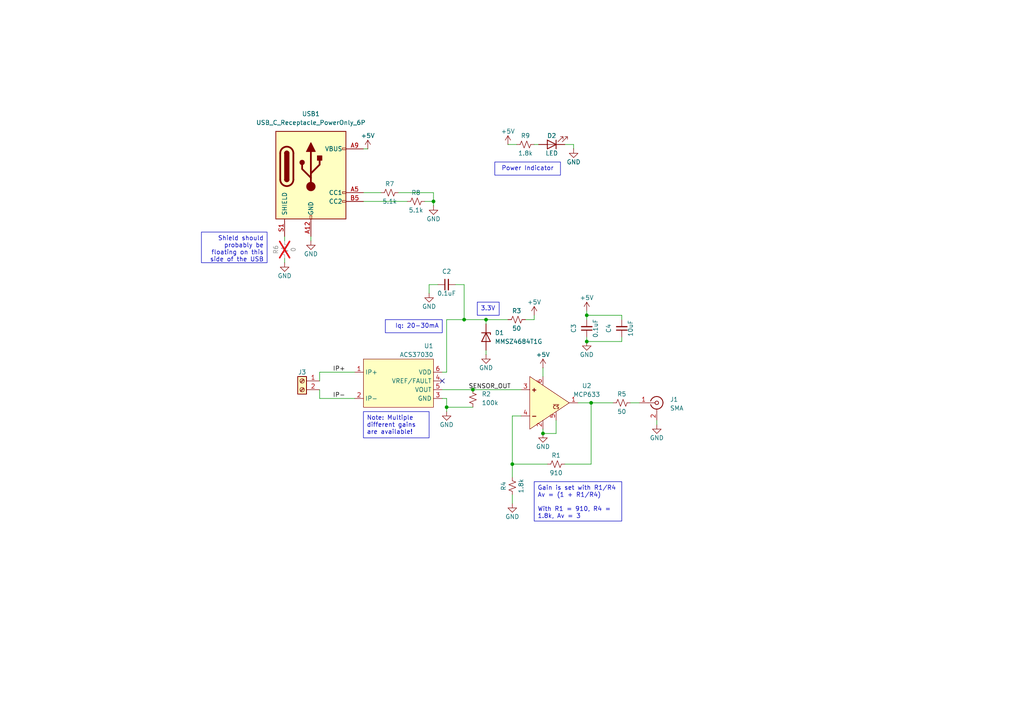
<source format=kicad_sch>
(kicad_sch (version 20231120) (generator "eeschema") (generator_version "8.0")
  (paper "A4")
  (title_block (title "Hall Effect Current Sensor") (date "2024-04-07") (rev "A1") (company "Design by Robert Perkel"))
  (lib_symbols
    (symbol "Connector:Conn_Coaxial" (pin_names (offset 1.016) hide)
      (property "Reference" "J" (at 0.254 3.048 0))
      (property "Value" "Conn_Coaxial" (at 2.921 0 90))
      (symbol "Conn_Coaxial_0_1"
        (arc (start -1.778 -0.508) (mid 0.2311 -1.8066) (end 1.778 0) (stroke (width 0.254)))
        (polyline (pts (xy -2.54 0) (xy -0.508 0)))
        (polyline (pts (xy 0 -2.54) (xy 0 -1.778)))
        (circle (center 0 0) (radius 0.508) (stroke (width 0.2032)))
        (arc (start 1.778 0) (mid 0.2099 1.8101) (end -1.778 0.508) (stroke (width 0.254)))
      )
      (symbol "Conn_Coaxial_1_1"
        (pin passive line (at -5.08 0 0) (length 2.54) (name "In") (number "1"))
        (pin passive line (at 0 -5.08 90) (length 2.54) (name "Ext") (number "2"))
      )
    )
    (symbol "Connector:Screw_Terminal_01x02" (pin_names (offset 1.016) hide)
      (property "Reference" "J" (at 0 2.54 0))
      (property "Value" "Screw_Terminal_01x02" (at 0 -5.08 0))
      (symbol "Screw_Terminal_01x02_1_1"
        (rectangle (start -1.27 1.27) (end 1.27 -3.81) (stroke (width 0.254)) (fill (type background)))
        (circle (center 0 -2.54) (radius 0.635) (stroke (width 0.1524)))
        (polyline (pts (xy -0.5334 -2.2098) (xy 0.3302 -3.048)) (stroke (width 0.1524)))
        (polyline (pts (xy -0.5334 0.3302) (xy 0.3302 -0.508)) (stroke (width 0.1524)))
        (polyline (pts (xy -0.3556 -2.032) (xy 0.508 -2.8702)) (stroke (width 0.1524)))
        (polyline (pts (xy -0.3556 0.508) (xy 0.508 -0.3302)) (stroke (width 0.1524)))
        (circle (center 0 0) (radius 0.635) (stroke (width 0.1524)))
        (pin passive line (at -5.08 0 0) (length 3.81) (name "Pin_1") (number "1"))
        (pin passive line (at -5.08 -2.54 0) (length 3.81) (name "Pin_2") (number "2"))
      )
    )
    (symbol "Connector:USB_C_Receptacle_PowerOnly_6P" (pin_names (offset 1.016))
      (property "Reference" "J" (at 0 16.51 0))
      (property "Value" "USB_C_Receptacle_PowerOnly_6P" (at 0 13.97 0))
      (symbol "USB_C_Receptacle_PowerOnly_6P_0_0"
        (rectangle (start -0.254 -12.7) (end 0.254 -11.684))
        (rectangle (start 10.16 -7.366) (end 9.144 -7.874))
        (rectangle (start 10.16 -4.826) (end 9.144 -5.334))
        (rectangle (start 10.16 7.874) (end 9.144 7.366))
      )
      (symbol "USB_C_Receptacle_PowerOnly_6P_0_1"
        (rectangle (start -10.16 12.7) (end 10.16 -12.7) (stroke (width 0.254)) (fill (type background)))
        (arc (start -8.89 -1.27) (mid -6.985 -3.1667) (end -5.08 -1.27) (stroke (width 0.508)))
        (arc (start -7.62 -1.27) (mid -6.985 -1.9023) (end -6.35 -1.27) (stroke (width 0.254)))
        (arc (start -7.62 -1.27) (mid -6.985 -1.9023) (end -6.35 -1.27) (stroke (width 0.254)) (fill (type outline)))
        (rectangle (start -7.62 -1.27) (end -6.35 6.35) (stroke (width 0.254)) (fill (type outline)))
        (arc (start -6.35 6.35) (mid -6.985 6.9823) (end -7.62 6.35) (stroke (width 0.254)))
        (arc (start -6.35 6.35) (mid -6.985 6.9823) (end -7.62 6.35) (stroke (width 0.254)) (fill (type outline)))
        (arc (start -5.08 6.35) (mid -6.985 8.2467) (end -8.89 6.35) (stroke (width 0.508)))
        (circle (center -2.54 3.683) (radius 0.635) (stroke (width 0.254)) (fill (type outline)))
        (circle (center 0 -3.302) (radius 1.27) (fill (type outline)))
        (polyline (pts (xy -8.89 -1.27) (xy -8.89 6.35)) (stroke (width 0.508)))
        (polyline (pts (xy -5.08 6.35) (xy -5.08 -1.27)) (stroke (width 0.508)))
        (polyline (pts (xy 0 -3.302) (xy 0 6.858)) (stroke (width 0.508)))
        (polyline (pts (xy 0 -0.762) (xy -2.54 1.778) (xy -2.54 3.048)) (stroke (width 0.508)))
        (polyline (pts (xy 0 0.508) (xy 2.54 3.048) (xy 2.54 4.318)) (stroke (width 0.508)))
        (polyline (pts (xy -1.27 6.858) (xy 0 9.398) (xy 1.27 6.858) (xy -1.27 6.858)) (stroke (width 0.254)) (fill (type outline)))
        (rectangle (start 1.905 4.318) (end 3.175 5.588) (stroke (width 0.254)) (fill (type outline)))
      )
      (symbol "USB_C_Receptacle_PowerOnly_6P_1_1"
        (pin passive line (at 0 -17.78 90) (length 5.08) (name "GND") (number "A12"))
        (pin bidirectional line (at 15.24 -5.08 180) (length 5.08) (name "CC1") (number "A5"))
        (pin passive line (at 15.24 7.62 180) (length 5.08) (name "VBUS") (number "A9"))
        (pin passive line (at 0 -17.78 90) (length 5.08) hide (name "GND") (number "B12"))
        (pin bidirectional line (at 15.24 -7.62 180) (length 5.08) (name "CC2") (number "B5"))
        (pin passive line (at 15.24 7.62 180) (length 5.08) hide (name "VBUS") (number "B9"))
        (pin passive line (at -7.62 -17.78 90) (length 5.08) (name "SHIELD") (number "S1"))
      )
    )
    (symbol "Current Sensor Sch Library:ACS37030"
      (property "Reference" "U" (at 0 11.43 0))
      (property "Value" "ACS37030/ACS37032" (at 0 8.89 0))
      (symbol "ACS37030_1_1"
        (rectangle (start -10.16 7.62) (end 10.16 -6.35) (fill (type background)))
        (pin passive line (at -12.7 3.81 0) (length 2.54) (name "IP+") (number "1"))
        (pin passive line (at -12.7 -3.81 0) (length 2.54) (name "IP-") (number "2"))
        (pin power_in line (at 12.7 -3.81 180) (length 2.54) (name "GND") (number "3"))
        (pin passive line (at 12.7 1.27 180) (length 2.54) (name "VREF/FAULT") (number "4"))
        (pin passive line (at 12.7 -1.27 180) (length 2.54) (name "VOUT") (number "5"))
        (pin power_in line (at 12.7 3.81 180) (length 2.54) (name "VDD") (number "6"))
      )
    )
    (symbol "Current Sensor Sch Library:MCP633" (pin_names hide)
      (property "Reference" "U" (at 5.08 7.62 0))
      (property "Value" "MCP633" (at 5.08 5.08 0))
      (symbol "MCP633_1_1"
        (polyline (pts (xy -3.81 7.62) (xy -3.81 -7.62) (xy 7.62 0) (xy -3.81 7.62)) (fill (type background)))
        (text "+" (at -2.54 3.81 0) (effects (font (size 1.27 1.27) (bold yes))))
        (text "-" (at -2.54 -3.81 0) (effects (font (size 1.27 1.27) (bold yes))))
        (text "~{CS}" (at 3.81 -1.27 0) (effects (font (size 0.9525 0.9525))))
        (pin passive line (at 10.16 0 180) (length 2.54) (name "VOUT") (number "1"))
        (pin power_in line (at 0 -7.62 90) (length 2.54) (name "VSS") (number "2"))
        (pin passive line (at -6.35 3.81 0) (length 2.54) (name "IN+") (number "3"))
        (pin passive line (at -6.35 -3.81 0) (length 2.54) (name "IN-") (number "4"))
        (pin input line (at 3.81 -5.08 90) (length 2.54) (name "~{CS}") (number "5"))
        (pin power_in line (at 0 7.62 270) (length 2.54) (name "VDD") (number "6"))
      )
    )
    (symbol "Device:C_Small" (pin_numbers hide) (pin_names (offset 0.254) hide)
      (property "Reference" "C" (at 0.254 1.778 0))
      (property "Value" "C_Small" (at 0.254 -2.032 0))
      (symbol "C_Small_0_1"
        (polyline (pts (xy -1.524 -0.508) (xy 1.524 -0.508)) (stroke (width 0.3302)))
        (polyline (pts (xy -1.524 0.508) (xy 1.524 0.508)) (stroke (width 0.3048)))
      )
      (symbol "C_Small_1_1"
        (pin passive line (at 0 2.54 270) (length 2.032) (name "~") (number "1"))
        (pin passive line (at 0 -2.54 90) (length 2.032) (name "~") (number "2"))
      )
    )
    (symbol "Device:D_Zener" (pin_numbers hide) (pin_names (offset 1.016) hide)
      (property "Reference" "D" (at 0 2.54 0))
      (property "Value" "D_Zener" (at 0 -2.54 0))
      (symbol "D_Zener_0_1"
        (polyline (pts (xy 1.27 0) (xy -1.27 0)))
        (polyline (pts (xy -1.27 -1.27) (xy -1.27 1.27) (xy -0.762 1.27)) (stroke (width 0.254)))
        (polyline (pts (xy 1.27 -1.27) (xy 1.27 1.27) (xy -1.27 0) (xy 1.27 -1.27)) (stroke (width 0.254)))
      )
      (symbol "D_Zener_1_1"
        (pin passive line (at -3.81 0 0) (length 2.54) (name "K") (number "1"))
        (pin passive line (at 3.81 0 180) (length 2.54) (name "A") (number "2"))
      )
    )
    (symbol "Device:LED" (pin_numbers hide) (pin_names (offset 1.016) hide)
      (property "Reference" "D" (at 0 2.54 0))
      (property "Value" "LED" (at 0 -2.54 0))
      (symbol "LED_0_1"
        (polyline (pts (xy -1.27 -1.27) (xy -1.27 1.27)) (stroke (width 0.254)))
        (polyline (pts (xy -1.27 0) (xy 1.27 0)))
        (polyline (pts (xy 1.27 -1.27) (xy 1.27 1.27) (xy -1.27 0) (xy 1.27 -1.27)) (stroke (width 0.254)))
        (polyline (pts (xy -3.048 -0.762) (xy -4.572 -2.286) (xy -3.81 -2.286) (xy -4.572 -2.286) (xy -4.572 -1.524)))
        (polyline (pts (xy -1.778 -0.762) (xy -3.302 -2.286) (xy -2.54 -2.286) (xy -3.302 -2.286) (xy -3.302 -1.524)))
      )
      (symbol "LED_1_1"
        (pin passive line (at -3.81 0 0) (length 2.54) (name "K") (number "1"))
        (pin passive line (at 3.81 0 180) (length 2.54) (name "A") (number "2"))
      )
    )
    (symbol "Device:R_Small_US" (pin_numbers hide) (pin_names (offset 0.254) hide)
      (property "Reference" "R" (at 0.762 0.508 0))
      (property "Value" "R_Small_US" (at 0.762 -1.016 0))
      (symbol "R_Small_US_1_1"
        (polyline (pts (xy 0 0) (xy 1.016 -0.381) (xy 0 -0.762) (xy -1.016 -1.143) (xy 0 -1.524)))
        (polyline (pts (xy 0 1.524) (xy 1.016 1.143) (xy 0 0.762) (xy -1.016 0.381) (xy 0 0)))
        (pin passive line (at 0 2.54 270) (length 1.016) (name "~") (number "1"))
        (pin passive line (at 0 -2.54 90) (length 1.016) (name "~") (number "2"))
      )
    )
    (symbol "power:+5V" (power) (pin_numbers hide) (pin_names (offset 0) hide)
      (property "Value" "+5V" (at 0 3.556 0))
      (symbol "+5V_0_1"
        (polyline (pts (xy -0.762 1.27) (xy 0 2.54)))
        (polyline (pts (xy 0 0) (xy 0 2.54)))
        (polyline (pts (xy 0 2.54) (xy 0.762 1.27)))
      )
      (symbol "+5V_1_1"
        (pin power_in line (at 0 0 90) (length 0) (name "~") (number "1"))
      )
    )
    (symbol "power:GND" (power) (pin_numbers hide) (pin_names (offset 0) hide)
      (property "Value" "GND" (at 0 -3.81 0))
      (symbol "GND_0_1"
        (polyline (pts (xy 0 0) (xy 0 -1.27) (xy 1.27 -1.27) (xy 0 -2.54) (xy -1.27 -1.27) (xy 0 -1.27)))
      )
      (symbol "GND_1_1"
        (pin power_in line (at 0 0 270) (length 0) (name "~") (number "1"))
      )
    )
  )
  (junction (at 140.97 92.71))
  (junction (at 170.18 91.44))
  (junction (at 125.73 58.42))
  (junction (at 171.45 116.84))
  (junction (at 170.18 99.06))
  (junction (at 148.59 134.62))
  (junction (at 137.16 113.03))
  (junction (at 134.62 92.71))
  (junction (at 129.54 118.11))
  (junction (at 157.48 125.73))
  (no_connect (at 128.27 110.49))
  (wire (pts (xy 163.83 134.62) (xy 171.45 134.62)))
  (wire (pts (xy 154.94 91.44) (xy 154.94 92.71)))
  (wire (pts (xy 161.29 125.73) (xy 157.48 125.73)))
  (wire (pts (xy 171.45 116.84) (xy 177.8 116.84)))
  (wire (pts (xy 92.71 113.03) (xy 92.71 115.57)))
  (wire (pts (xy 137.16 113.03) (xy 151.13 113.03)))
  (wire (pts (xy 163.83 41.91) (xy 166.37 41.91)))
  (wire (pts (xy 170.18 91.44) (xy 170.18 92.71)))
  (wire (pts (xy 129.54 118.11) (xy 129.54 115.57)))
  (wire (pts (xy 166.37 41.91) (xy 166.37 43.18)))
  (wire (pts (xy 105.41 58.42) (xy 118.11 58.42)))
  (wire (pts (xy 171.45 116.84) (xy 171.45 134.62)))
  (wire (pts (xy 148.59 134.62) (xy 158.75 134.62)))
  (wire (pts (xy 154.94 92.71) (xy 152.4 92.71)))
  (wire (pts (xy 190.5 123.19) (xy 190.5 121.92)))
  (wire (pts (xy 147.32 41.91) (xy 149.86 41.91)))
  (wire (pts (xy 148.59 120.65) (xy 148.59 134.62)))
  (wire (pts (xy 129.54 92.71) (xy 134.62 92.71)))
  (wire (pts (xy 129.54 92.71) (xy 129.54 107.95)))
  (wire (pts (xy 167.64 116.84) (xy 171.45 116.84)))
  (wire (pts (xy 161.29 121.92) (xy 161.29 125.73)))
  (wire (pts (xy 134.62 82.55) (xy 134.62 92.71)))
  (wire (pts (xy 124.46 82.55) (xy 127 82.55)))
  (wire (pts (xy 170.18 97.79) (xy 170.18 99.06)))
  (wire (pts (xy 92.71 107.95) (xy 102.87 107.95)))
  (wire (pts (xy 140.97 101.6) (xy 140.97 102.87)))
  (wire (pts (xy 140.97 92.71) (xy 147.32 92.71)))
  (wire (pts (xy 123.19 58.42) (xy 125.73 58.42)))
  (wire (pts (xy 128.27 113.03) (xy 137.16 113.03)))
  (wire (pts (xy 82.55 74.93) (xy 82.55 76.2)))
  (wire (pts (xy 105.41 55.88) (xy 110.49 55.88)))
  (wire (pts (xy 92.71 110.49) (xy 92.71 107.95)))
  (wire (pts (xy 180.34 91.44) (xy 170.18 91.44)))
  (wire (pts (xy 115.57 55.88) (xy 125.73 55.88)))
  (wire (pts (xy 170.18 99.06) (xy 180.34 99.06)))
  (wire (pts (xy 92.71 115.57) (xy 102.87 115.57)))
  (wire (pts (xy 129.54 118.11) (xy 137.16 118.11)))
  (wire (pts (xy 125.73 55.88) (xy 125.73 58.42)))
  (wire (pts (xy 157.48 106.68) (xy 157.48 109.22)))
  (wire (pts (xy 129.54 115.57) (xy 128.27 115.57)))
  (wire (pts (xy 129.54 119.38) (xy 129.54 118.11)))
  (wire (pts (xy 180.34 92.71) (xy 180.34 91.44)))
  (wire (pts (xy 124.46 85.09) (xy 124.46 82.55)))
  (wire (pts (xy 105.41 43.18) (xy 106.68 43.18)))
  (wire (pts (xy 182.88 116.84) (xy 185.42 116.84)))
  (wire (pts (xy 125.73 58.42) (xy 125.73 59.69)))
  (wire (pts (xy 180.34 97.79) (xy 180.34 99.06)))
  (wire (pts (xy 134.62 92.71) (xy 140.97 92.71)))
  (wire (pts (xy 157.48 124.46) (xy 157.48 125.73)))
  (wire (pts (xy 90.17 68.58) (xy 90.17 69.85)))
  (wire (pts (xy 154.94 41.91) (xy 156.21 41.91)))
  (wire (pts (xy 128.27 107.95) (xy 129.54 107.95)))
  (wire (pts (xy 148.59 143.51) (xy 148.59 146.05)))
  (wire (pts (xy 170.18 90.17) (xy 170.18 91.44)))
  (wire (pts (xy 82.55 68.58) (xy 82.55 69.85)))
  (wire (pts (xy 148.59 120.65) (xy 151.13 120.65)))
  (wire (pts (xy 132.08 82.55) (xy 134.62 82.55)))
  (wire (pts (xy 148.59 138.43) (xy 148.59 134.62)))
  (wire (pts (xy 140.97 93.98) (xy 140.97 92.71)))
  (text_box "Power Indicator" (at 143.51 46.99 0) (size 19.05 3.81) (effects (font (size 1.27 1.27)) (justify top)))
  (text_box "3.3V" (at 138.43 87.63 0) (size 6.35 3.81) (effects (font (size 1.27 1.27)) (justify left top)))
  (text_box "Note: Multiple different gains are available!" (at 105.41 119.38 0) (size 19.05 7.62) (effects (font (size 1.27 1.27)) (justify left top)))
  (text_box "Iq: 20-30mA" (at 111.76 92.71 0) (size 16.51 3.81) (effects (font (size 1.27 1.27)) (justify right top)))
  (text_box "Gain is set with R1/R4\nAv = (1 + R1/R4)\n\nWith R1 = 910, R4 = 1.8k, Av = 3" (at 154.94 139.7 0) (size 25.4 11.43) (effects (font (size 1.27 1.27)) (justify left top)))
  (text_box "Shield should probably be floating on this side of the USB" (at 58.42 67.31 0) (size 19.05 8.89) (effects (font (size 1.27 1.27)) (justify right top)))
  (label "IP-" (at 96.52 115.57 0))
  (label "SENSOR_OUT" (at 135.89 113.03 0))
  (label "IP+" (at 96.52 107.95 0))
  (symbol (lib_id "Connector:Conn_Coaxial") (at 190.5 116.84 0) (unit 1)
    (property "Reference" "J1" (at 194.31 115.8631 0) (effects (justify left)))
    (property "Value" "SMA" (at 194.31 118.4031 0) (effects (justify left)))
    (property "Footprint" "Current Sensor PCB Library:CONSMA002-L-G" (effects (hide yes)))
    (property "Datasheet" "https://www.te.com/commerce/DocumentDelivery/DDEController?Action=srchrtrv&DocNm=CONSMA002-L-G&DocType=Data+Sheet&DocLang=English&DocFormat=pdf&PartCntxt=CONSMA002-L-G" (effects (hide yes)))
    (property "Description" "coaxial connector (BNC, SMA, SMB, SMC, Cinch/RCA, LEMO, ...)" (effects (hide yes)))
  )
  (symbol (lib_id "Device:R_Small_US") (at 161.29 134.62 90) (unit 1)
    (property "Reference" "R1" (at 161.29 132.08 90))
    (property "Value" "910" (at 161.29 137.16 90))
    (property "Footprint" "Resistor_SMD:R_0805_2012Metric_Pad1.20x1.40mm_HandSolder" (effects (hide yes)))
    (property "Description" "Resistor, small US symbol" (effects (hide yes)))
  )
  (symbol (lib_id "Current Sensor Sch Library:ACS37030") (at 115.57 111.76 0) (unit 1)
    (property "Reference" "U1" (at 125.73 100.33 0) (effects (justify right)))
    (property "Value" "ACS37030" (at 125.73 102.87 0) (effects (justify right)))
    (property "Footprint" "Current Sensor PCB Library:Custom 6-pin SOIC (only for ACS37030ACS37032)" (effects (hide yes)))
    (property "Datasheet" "https://www.allegromicro.com/en/products/sense/current-sensor-ics/zero-to-fifty-amp-integrated-conductor-sensor-ics/acs37030-2" (effects (hide yes)))
  )
  (symbol (lib_id "power:GND") (at 166.37 43.18 0) (unit 1)
    (property "Reference" "#PWR016" (effects (hide yes)))
    (property "Value" "GND" (at 166.37 46.99 0))
    (property "Description" "Power symbol creates a global label with name \"GND\" , ground" (effects (hide yes)))
  )
  (symbol (lib_id "power:GND") (at 90.17 69.85 0) (unit 1)
    (property "Reference" "#PWR013" (effects (hide yes)))
    (property "Value" "GND" (at 90.17 73.66 0))
    (property "Description" "Power symbol creates a global label with name \"GND\" , ground" (effects (hide yes)))
  )
  (symbol (lib_id "power:GND") (at 140.97 102.87 0) (unit 1)
    (property "Reference" "#PWR06" (effects (hide yes)))
    (property "Value" "GND" (at 140.97 106.68 0))
    (property "Description" "Power symbol creates a global label with name \"GND\" , ground" (effects (hide yes)))
  )
  (symbol (lib_id "Connector:USB_C_Receptacle_PowerOnly_6P") (at 90.17 50.8 0) (unit 1)
    (property "Reference" "USB1" (at 90.17 33.02 0))
    (property "Value" "USB_C_Receptacle_PowerOnly_6P" (at 90.17 35.56 0))
    (property "Footprint" "Current Sensor PCB Library:10164359-00011LF" (effects (hide yes)))
    (property "Datasheet" "https://www.usb.org/sites/default/files/documents/usb_type-c.zip" (effects (hide yes)))
    (property "Description" "USB Power-Only 6P Type-C Receptacle connector" (effects (hide yes)))
  )
  (symbol (lib_id "Device:C_Small") (at 129.54 82.55 90) (unit 1)
    (property "Reference" "C2" (at 129.54 78.74 90))
    (property "Value" "0.1uF" (at 129.54 85.09 90))
    (property "Footprint" "Capacitor_SMD:C_0805_2012Metric_Pad1.18x1.45mm_HandSolder" (effects (hide yes)))
    (property "Description" "Unpolarized capacitor, small symbol" (effects (hide yes)))
  )
  (symbol (lib_id "Device:R_Small_US") (at 148.59 140.97 180) (unit 1)
    (property "Reference" "R4" (at 146.05 140.97 90))
    (property "Value" "1.8k" (at 151.13 140.97 90))
    (property "Footprint" "Resistor_SMD:R_0805_2012Metric_Pad1.20x1.40mm_HandSolder" (effects (hide yes)))
    (property "Description" "Resistor, small US symbol" (effects (hide yes)))
  )
  (symbol (lib_id "Connector:Screw_Terminal_01x02") (at 87.63 110.49 0) (mirror y) (unit 1)
    (property "Reference" "J3" (at 87.63 107.95 0))
    (property "Value" "Screw_Terminal_01x02" (effects (hide yes)))
    (property "Footprint" "Current Sensor PCB Library:6PCV-02-007" (effects (hide yes)))
    (property "Datasheet" "https://www.te.com/commerce/DocumentDelivery/DDEController?Action=showdoc&DocId=Customer+Drawing%7F4-1437652-0%7FC4%7Fpdf%7FEnglish%7FENG_CD_4-1437652-0_C4.pdf%7F4-1437652-0" (effects (hide yes)))
    (property "Description" "Generic screw terminal, single row, 01x02, script generated (kicad-library-utils/schlib/autogen/connector/)" (effects (hide yes)))
  )
  (symbol (lib_id "power:GND") (at 125.73 59.69 0) (unit 1)
    (property "Reference" "#PWR015" (effects (hide yes)))
    (property "Value" "GND" (at 125.73 63.5 0))
    (property "Description" "Power symbol creates a global label with name \"GND\" , ground" (effects (hide yes)))
  )
  (symbol (lib_id "Device:R_Small_US") (at 149.86 92.71 90) (unit 1)
    (property "Reference" "R3" (at 149.86 90.17 90))
    (property "Value" "50" (at 149.86 95.25 90))
    (property "Footprint" "Resistor_SMD:R_0805_2012Metric_Pad1.20x1.40mm_HandSolder" (effects (hide yes)))
    (property "Description" "Resistor, small US symbol" (effects (hide yes)))
  )
  (symbol (lib_id "Device:LED") (at 160.02 41.91 180) (unit 1)
    (property "Reference" "D2" (at 160.02 39.37 0))
    (property "Value" "LED" (at 160.02 44.45 0))
    (property "Footprint" "StandardPackages_Custom:LED 0805" (effects (hide yes)))
    (property "Description" "Light emitting diode" (effects (hide yes)))
  )
  (symbol (lib_id "power:GND") (at 82.55 76.2 0) (unit 1)
    (property "Reference" "#PWR014" (effects (hide yes)))
    (property "Value" "GND" (at 82.55 80.01 0))
    (property "Description" "Power symbol creates a global label with name \"GND\" , ground" (effects (hide yes)))
  )
  (symbol (lib_id "Device:D_Zener") (at 140.97 97.79 270) (unit 1)
    (property "Reference" "D1" (at 143.51 96.5199 90) (effects (justify left)))
    (property "Value" "MMSZ4684T1G" (at 143.51 99.0599 90) (effects (justify left)))
    (property "Footprint" "StandardPackages_Custom:SOT-123" (effects (hide yes)))
    (property "Datasheet" "https://www.onsemi.com/pdf/datasheet/mmsz4678t1-d.pdf" (effects (hide yes)))
    (property "Description" "Zener diode" (effects (hide yes)))
  )
  (symbol (lib_id "power:GND") (at 170.18 99.06 0) (unit 1)
    (property "Reference" "#PWR011" (effects (hide yes)))
    (property "Value" "GND" (at 170.18 102.87 0))
    (property "Description" "Power symbol creates a global label with name \"GND\" , ground" (effects (hide yes)))
  )
  (symbol (lib_id "Device:C_Small") (at 170.18 95.25 180) (unit 1)
    (property "Reference" "C3" (at 166.37 95.25 90))
    (property "Value" "0.1uF" (at 172.72 95.25 90))
    (property "Footprint" "Capacitor_SMD:C_0805_2012Metric_Pad1.18x1.45mm_HandSolder" (effects (hide yes)))
    (property "Description" "Unpolarized capacitor, small symbol" (effects (hide yes)))
  )
  (symbol (lib_id "power:+5V") (at 170.18 90.17 0) (unit 1)
    (property "Reference" "#PWR010" (effects (hide yes)))
    (property "Value" "+5V" (at 170.18 86.36 0))
    (property "Description" "Power symbol creates a global label with name \"+5V\"" (effects (hide yes)))
  )
  (symbol (lib_id "power:GND") (at 190.5 123.19 0) (unit 1)
    (property "Reference" "#PWR08" (effects (hide yes)))
    (property "Value" "GND" (at 190.5 127 0))
    (property "Description" "Power symbol creates a global label with name \"GND\" , ground" (effects (hide yes)))
  )
  (symbol (lib_id "Device:R_Small_US") (at 137.16 115.57 0) (unit 1)
    (property "Reference" "R2" (at 139.7 114.2999 0) (effects (justify left)))
    (property "Value" "100k" (at 139.7 116.8399 0) (effects (justify left)))
    (property "Footprint" "Resistor_SMD:R_0805_2012Metric_Pad1.20x1.40mm_HandSolder" (effects (hide yes)))
    (property "Description" "Resistor, small US symbol" (effects (hide yes)))
  )
  (symbol (lib_id "power:GND") (at 148.59 146.05 0) (unit 1)
    (property "Reference" "#PWR07" (effects (hide yes)))
    (property "Value" "GND" (at 148.59 149.86 0))
    (property "Description" "Power symbol creates a global label with name \"GND\" , ground" (effects (hide yes)))
  )
  (symbol (lib_id "power:+5V") (at 106.68 43.18 0) (unit 1)
    (property "Reference" "#PWR012" (effects (hide yes)))
    (property "Value" "+5V" (at 106.68 39.37 0))
    (property "Description" "Power symbol creates a global label with name \"+5V\"" (effects (hide yes)))
  )
  (symbol (lib_id "power:+5V") (at 157.48 106.68 0) (unit 1)
    (property "Reference" "#PWR01" (effects (hide yes)))
    (property "Value" "+5V" (at 157.48 102.87 0))
    (property "Description" "Power symbol creates a global label with name \"+5V\"" (effects (hide yes)))
  )
  (symbol (lib_id "Current Sensor Sch Library:MCP633") (at 157.48 116.84 0) (unit 1)
    (property "Reference" "U2" (at 170.18 111.8868 0))
    (property "Value" "MCP633" (at 170.18 114.4268 0))
    (property "Footprint" "StandardPackages_Custom:SOT23-6" (effects (hide yes)))
    (property "Datasheet" "https://ww1.microchip.com/downloads/aemDocuments/documents/OTH/ProductDocuments/DataSheets/20002197C.pdf" (effects (hide yes)))
  )
  (symbol (lib_id "Device:R_Small_US") (at 152.4 41.91 90) (unit 1)
    (property "Reference" "R9" (at 152.4 39.37 90))
    (property "Value" "1.8k" (at 152.4 44.45 90))
    (property "Footprint" "Resistor_SMD:R_0805_2012Metric_Pad1.20x1.40mm_HandSolder" (effects (hide yes)))
    (property "Description" "Resistor, small US symbol" (effects (hide yes)))
  )
  (symbol (lib_id "power:GND") (at 129.54 119.38 0) (unit 1)
    (property "Reference" "#PWR05" (effects (hide yes)))
    (property "Value" "GND" (at 129.54 123.19 0))
    (property "Description" "Power symbol creates a global label with name \"GND\" , ground" (effects (hide yes)))
  )
  (symbol (lib_id "Device:C_Small") (at 180.34 95.25 180) (unit 1)
    (property "Reference" "C4" (at 176.53 95.25 90))
    (property "Value" "10uF" (at 182.88 95.25 90))
    (property "Footprint" "Capacitor_SMD:C_0805_2012Metric_Pad1.18x1.45mm_HandSolder" (effects (hide yes)))
    (property "Description" "Unpolarized capacitor, small symbol" (effects (hide yes)))
  )
  (symbol (lib_id "power:+5V") (at 147.32 41.91 0) (unit 1)
    (property "Reference" "#PWR017" (effects (hide yes)))
    (property "Value" "+5V" (at 147.32 38.1 0))
    (property "Description" "Power symbol creates a global label with name \"+5V\"" (effects (hide yes)))
  )
  (symbol (lib_id "power:GND") (at 157.48 125.73 0) (unit 1)
    (property "Reference" "#PWR02" (effects (hide yes)))
    (property "Value" "GND" (at 157.48 129.54 0))
    (property "Description" "Power symbol creates a global label with name \"GND\" , ground" (effects (hide yes)))
  )
  (symbol (lib_id "Device:R_Small_US") (at 113.03 55.88 90) (unit 1)
    (property "Reference" "R7" (at 113.03 53.34 90))
    (property "Value" "5.1k" (at 113.03 58.42 90))
    (property "Footprint" "Resistor_SMD:R_0805_2012Metric_Pad1.20x1.40mm_HandSolder" (effects (hide yes)))
    (property "Description" "Resistor, small US symbol" (effects (hide yes)))
  )
  (symbol (lib_id "Device:R_Small_US") (at 82.55 72.39 180) (unit 1) (dnp yes)
    (property "Reference" "R6" (at 80.01 72.39 90))
    (property "Value" "0" (at 85.09 72.39 90))
    (property "Footprint" "Resistor_SMD:R_0805_2012Metric_Pad1.20x1.40mm_HandSolder" (effects (hide yes)))
    (property "Description" "Resistor, small US symbol" (effects (hide yes)))
  )
  (symbol (lib_id "power:GND") (at 124.46 85.09 0) (unit 1)
    (property "Reference" "#PWR09" (effects (hide yes)))
    (property "Value" "GND" (at 124.46 88.9 0))
    (property "Description" "Power symbol creates a global label with name \"GND\" , ground" (effects (hide yes)))
  )
  (symbol (lib_id "Device:R_Small_US") (at 180.34 116.84 90) (unit 1)
    (property "Reference" "R5" (at 180.34 114.3 90))
    (property "Value" "50" (at 180.34 119.38 90))
    (property "Footprint" "Resistor_SMD:R_0805_2012Metric_Pad1.20x1.40mm_HandSolder" (effects (hide yes)))
    (property "Description" "Resistor, small US symbol" (effects (hide yes)))
  )
  (symbol (lib_id "Device:R_Small_US") (at 120.65 58.42 90) (unit 1)
    (property "Reference" "R8" (at 120.65 55.88 90))
    (property "Value" "5.1k" (at 120.65 60.96 90))
    (property "Footprint" "Resistor_SMD:R_0805_2012Metric_Pad1.20x1.40mm_HandSolder" (effects (hide yes)))
    (property "Description" "Resistor, small US symbol" (effects (hide yes)))
  )
  (symbol (lib_id "power:+5V") (at 154.94 91.44 0) (unit 1)
    (property "Reference" "#PWR04" (effects (hide yes)))
    (property "Value" "+5V" (at 154.94 87.63 0))
    (property "Description" "Power symbol creates a global label with name \"+5V\"" (effects (hide yes)))
  )
)
</source>
